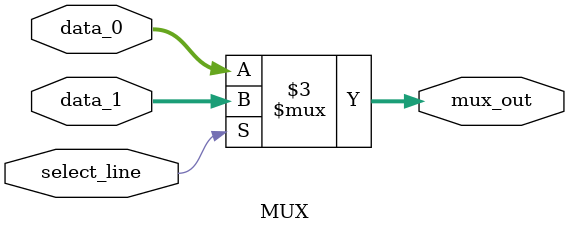
<source format=v>

module MUX
#(
  // 16 bit LCM or GCD 
  parameter DATA_WIDTH = 16    
 )

( // Select line for mux
  input select_line,            
  // Data input on port 1 of mux  
  input [(DATA_WIDTH-1):0] data_1,      
  // Data input on port 0 of mux
  input [(DATA_WIDTH-1):0] data_0,       
  // Data out from MUX
  output reg [(DATA_WIDTH-1):0] mux_out );   
  
// If select_line = 1, select data at port 1 otherwise choose port 0
// assign mux_out = ( select_line ) ? data_1 : data_0;

always @ ( * )
begin
   if ( select_line )
      mux_out = data_1;
   else
     mux_out = data_0;
end
    
endmodule
</source>
